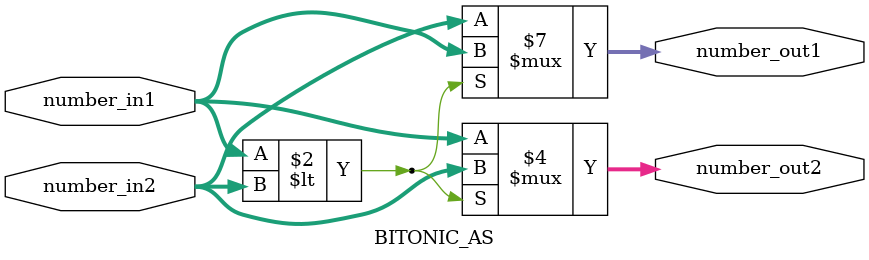
<source format=v>
module BITONIC_AS(number_in1, number_in2, number_out1, number_out2);
input  [7:0] number_in1;
input  [7:0] number_in2;
output [7:0] number_out1;
output [7:0] number_out2;

reg [7:0] number_out1;
reg [7:0] number_out2;

always @(*) begin
    if (number_in1 < number_in2) begin
        number_out1 = number_in1;
        number_out2 = number_in2;
    end
    else begin
        number_out1 = number_in2;
        number_out2 = number_in1;
    end
end
endmodule
</source>
